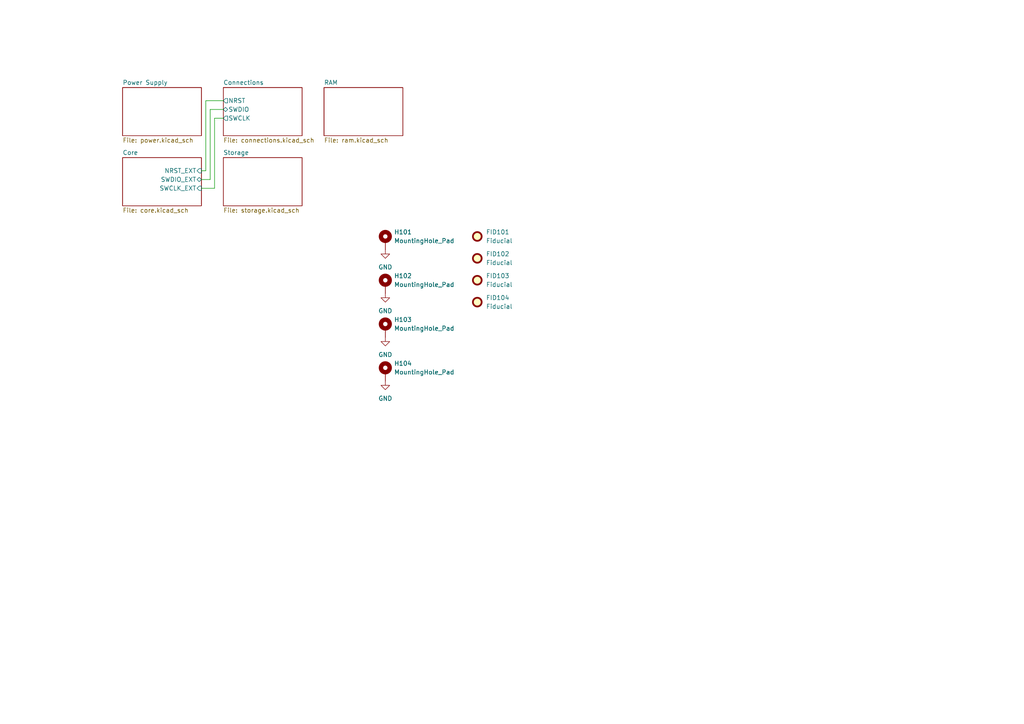
<source format=kicad_sch>
(kicad_sch (version 20231120) (generator "eeschema") (generator_version "8.0")
  (paper "A4")
  (lib_symbols
    (symbol "Mechanical:Fiducial" (exclude_from_sim yes) (in_bom no)
      (property "Reference" "FID" (at 0 5.08 0))
      (property "Value" "Fiducial" (at 0 3.175 0))
      (symbol "Fiducial_0_1"
        (circle (center 0 0) (radius 1.27) (stroke (width 0.508)) (fill (type background)))
      )
    )
    (symbol "Mechanical:MountingHole_Pad" (pin_numbers hide) (pin_names (offset 1.016) hide) (exclude_from_sim yes) (in_bom no)
      (property "Reference" "H" (at 0 6.35 0))
      (property "Value" "MountingHole_Pad" (at 0 4.445 0))
      (symbol "MountingHole_Pad_0_1"
        (circle (center 0 1.27) (radius 1.27) (stroke (width 1.27)))
      )
      (symbol "MountingHole_Pad_1_1"
        (pin input line (at 0 -2.54 90) (length 2.54) (name "1") (number "1"))
      )
    )
    (symbol "power:GND" (power) (pin_numbers hide) (pin_names (offset 0) hide)
      (property "Value" "GND" (at 0 -3.81 0))
      (symbol "GND_0_1"
        (polyline (pts (xy 0 0) (xy 0 -1.27) (xy 1.27 -1.27) (xy 0 -2.54) (xy -1.27 -1.27) (xy 0 -1.27)))
      )
      (symbol "GND_1_1"
        (pin power_in line (at 0 0 270) (length 0) (name "~") (number "1"))
      )
    )
  )
  (wire (pts (xy 64.77 31.75) (xy 60.96 31.75)))
  (wire (pts (xy 60.96 31.75) (xy 60.96 52.07)))
  (wire (pts (xy 59.69 29.21) (xy 59.69 49.53)))
  (wire (pts (xy 64.77 29.21) (xy 59.69 29.21)))
  (wire (pts (xy 64.77 34.29) (xy 62.23 34.29)))
  (wire (pts (xy 59.69 49.53) (xy 58.42 49.53)))
  (wire (pts (xy 62.23 54.61) (xy 58.42 54.61)))
  (wire (pts (xy 62.23 34.29) (xy 62.23 54.61)))
  (wire (pts (xy 60.96 52.07) (xy 58.42 52.07)))
  (symbol (lib_id "Mechanical:Fiducial") (at 138.43 81.28 0) (unit 1) (exclude_from_sim yes) (in_bom no)
    (property "Reference" "FID103" (at 140.97 80.0099 0) (effects (justify left)))
    (property "Value" "Fiducial" (at 140.97 82.5499 0) (effects (justify left)))
    (property "Footprint" "Fiducial:Fiducial_0.5mm_Mask1mm" (effects (hide yes)))
    (property "Description" "Fiducial Marker" (effects (hide yes)))
  )
  (symbol (lib_id "Mechanical:Fiducial") (at 138.43 68.58 0) (unit 1) (exclude_from_sim yes) (in_bom no)
    (property "Reference" "FID101" (at 140.97 67.3099 0) (effects (justify left)))
    (property "Value" "Fiducial" (at 140.97 69.8499 0) (effects (justify left)))
    (property "Footprint" "Fiducial:Fiducial_0.5mm_Mask1mm" (effects (hide yes)))
    (property "Description" "Fiducial Marker" (effects (hide yes)))
  )
  (symbol (lib_id "Mechanical:MountingHole_Pad") (at 111.76 69.85 0) (unit 1) (exclude_from_sim yes) (in_bom no)
    (property "Reference" "H101" (at 114.3 67.3099 0) (effects (justify left)))
    (property "Value" "MountingHole_Pad" (at 114.3 69.8499 0) (effects (justify left)))
    (property "Footprint" "MountingHole:MountingHole_2.2mm_M2_DIN965_Pad" (effects (hide yes)))
    (property "Description" "Mounting Hole with connection" (effects (hide yes)))
  )
  (symbol (lib_id "Mechanical:MountingHole_Pad") (at 111.76 82.55 0) (unit 1) (exclude_from_sim yes) (in_bom no)
    (property "Reference" "H102" (at 114.3 80.0099 0) (effects (justify left)))
    (property "Value" "MountingHole_Pad" (at 114.3 82.5499 0) (effects (justify left)))
    (property "Footprint" "MountingHole:MountingHole_2.2mm_M2_DIN965_Pad" (effects (hide yes)))
    (property "Description" "Mounting Hole with connection" (effects (hide yes)))
  )
  (symbol (lib_id "Mechanical:Fiducial") (at 138.43 87.63 0) (unit 1) (exclude_from_sim yes) (in_bom no)
    (property "Reference" "FID104" (at 140.97 86.3599 0) (effects (justify left)))
    (property "Value" "Fiducial" (at 140.97 88.8999 0) (effects (justify left)))
    (property "Footprint" "Fiducial:Fiducial_0.5mm_Mask1mm" (effects (hide yes)))
    (property "Description" "Fiducial Marker" (effects (hide yes)))
  )
  (symbol (lib_id "power:GND") (at 111.76 72.39 0) (unit 1)
    (property "Reference" "#PWR0101" (effects (hide yes)))
    (property "Value" "GND" (at 111.76 77.47 0))
    (property "Description" "Power symbol creates a global label with name \"GND\" , ground" (effects (hide yes)))
  )
  (symbol (lib_id "Mechanical:MountingHole_Pad") (at 111.76 107.95 0) (unit 1) (exclude_from_sim yes) (in_bom no)
    (property "Reference" "H104" (at 114.3 105.4099 0) (effects (justify left)))
    (property "Value" "MountingHole_Pad" (at 114.3 107.9499 0) (effects (justify left)))
    (property "Footprint" "MountingHole:MountingHole_2.2mm_M2_DIN965_Pad" (effects (hide yes)))
    (property "Description" "Mounting Hole with connection" (effects (hide yes)))
  )
  (symbol (lib_id "Mechanical:MountingHole_Pad") (at 111.76 95.25 0) (unit 1) (exclude_from_sim yes) (in_bom no)
    (property "Reference" "H103" (at 114.3 92.7099 0) (effects (justify left)))
    (property "Value" "MountingHole_Pad" (at 114.3 95.2499 0) (effects (justify left)))
    (property "Footprint" "MountingHole:MountingHole_2.2mm_M2_DIN965_Pad" (effects (hide yes)))
    (property "Description" "Mounting Hole with connection" (effects (hide yes)))
  )
  (symbol (lib_id "Mechanical:Fiducial") (at 138.43 74.93 0) (unit 1) (exclude_from_sim yes) (in_bom no)
    (property "Reference" "FID102" (at 140.97 73.6599 0) (effects (justify left)))
    (property "Value" "Fiducial" (at 140.97 76.1999 0) (effects (justify left)))
    (property "Footprint" "Fiducial:Fiducial_0.5mm_Mask1mm" (effects (hide yes)))
    (property "Description" "Fiducial Marker" (effects (hide yes)))
  )
  (symbol (lib_id "power:GND") (at 111.76 97.79 0) (unit 1)
    (property "Reference" "#PWR0103" (effects (hide yes)))
    (property "Value" "GND" (at 111.76 102.87 0))
    (property "Description" "Power symbol creates a global label with name \"GND\" , ground" (effects (hide yes)))
  )
  (symbol (lib_id "power:GND") (at 111.76 85.09 0) (unit 1)
    (property "Reference" "#PWR0102" (effects (hide yes)))
    (property "Value" "GND" (at 111.76 90.17 0))
    (property "Description" "Power symbol creates a global label with name \"GND\" , ground" (effects (hide yes)))
  )
  (symbol (lib_id "power:GND") (at 111.76 110.49 0) (unit 1)
    (property "Reference" "#PWR0104" (effects (hide yes)))
    (property "Value" "GND" (at 111.76 115.57 0))
    (property "Description" "Power symbol creates a global label with name \"GND\" , ground" (effects (hide yes)))
  )
  (sheet (at 93.98 25.4) (size 22.86 13.97) (stroke (width 0.1524))
    (property "Sheetname" "RAM" (at 93.98 24.6884 0) (effects (justify left bottom)))
    (property "Sheetfile" "ram.kicad_sch" (at 93.98 39.9546 0) (effects (justify left top)))
  )
  (sheet (at 64.77 45.72) (size 22.86 13.97) (stroke (width 0.1524))
    (property "Sheetname" "Storage" (at 64.77 45.0084 0) (effects (justify left bottom)))
    (property "Sheetfile" "storage.kicad_sch" (at 64.77 60.2746 0) (effects (justify left top)))
  )
  (sheet (at 64.77 25.4) (size 22.86 13.97) (stroke (width 0.1524))
    (property "Sheetname" "Connections" (at 64.77 24.6884 0) (effects (justify left bottom)))
    (property "Sheetfile" "connections.kicad_sch" (at 64.77 39.9546 0) (effects (justify left top)))
    (pin "NRST" output (at 64.77 29.21 180))
    (pin "SWDIO" bidirectional (at 64.77 31.75 180))
    (pin "SWCLK" output (at 64.77 34.29 180))
  )
  (sheet (at 35.56 45.72) (size 22.86 13.97) (stroke (width 0.1524))
    (property "Sheetname" "Core" (at 35.56 45.0084 0) (effects (justify left bottom)))
    (property "Sheetfile" "core.kicad_sch" (at 35.56 60.2746 0) (effects (justify left top)))
    (pin "NRST_EXT" input (at 58.42 49.53 0))
    (pin "SWDIO_EXT" bidirectional (at 58.42 52.07 0))
    (pin "SWCLK_EXT" input (at 58.42 54.61 0))
  )
  (sheet (at 35.56 25.4) (size 22.86 13.97) (stroke (width 0.1524))
    (property "Sheetname" "Power Supply" (at 35.56 24.6884 0) (effects (justify left bottom)))
    (property "Sheetfile" "power.kicad_sch" (at 35.56 39.9546 0) (effects (justify left top)))
  )
)
</source>
